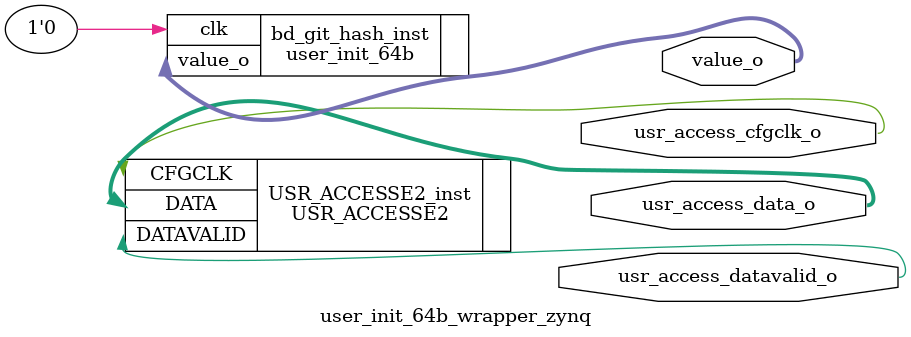
<source format=v>

module user_init_64b_wrapper_zynq (
  output [63:0]   value_o,
  output          usr_access_cfgclk_o,
  output          usr_access_datavalid_o,
  output [31:0]   usr_access_data_o
);


  user_init_64b bd_git_hash_inst (
    .clk      (1'b0),
    .value_o  (value_o)
  );

  USR_ACCESSE2 USR_ACCESSE2_inst (
     .CFGCLK    (usr_access_cfgclk_o),   // 1-bit output: Configuration Clock
     .DATA      (usr_access_data_o),     // 32-bit output: Configuration Data reflecting the contents of the AXSS register
     .DATAVALID (usr_access_datavalid_o) // 1-bit output: Active-High Data Valid
  );

endmodule


</source>
